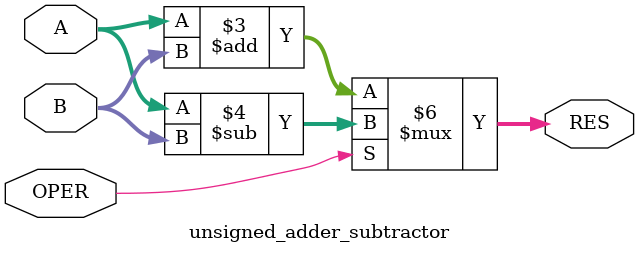
<source format=v>
`timescale 1ns / 1ps

module unsigned_adder_subtractor(
    input [7:0] A,
    input [7:0] B,
    input OPER,
    output [7:0] RES
    );
	 
	 reg [7:0] RES;
	 
	 always @ (A or B or OPER) begin
		if (OPER == 1'b0)
			RES = A + B;
		else
			RES = A - B;
	 end

endmodule

</source>
